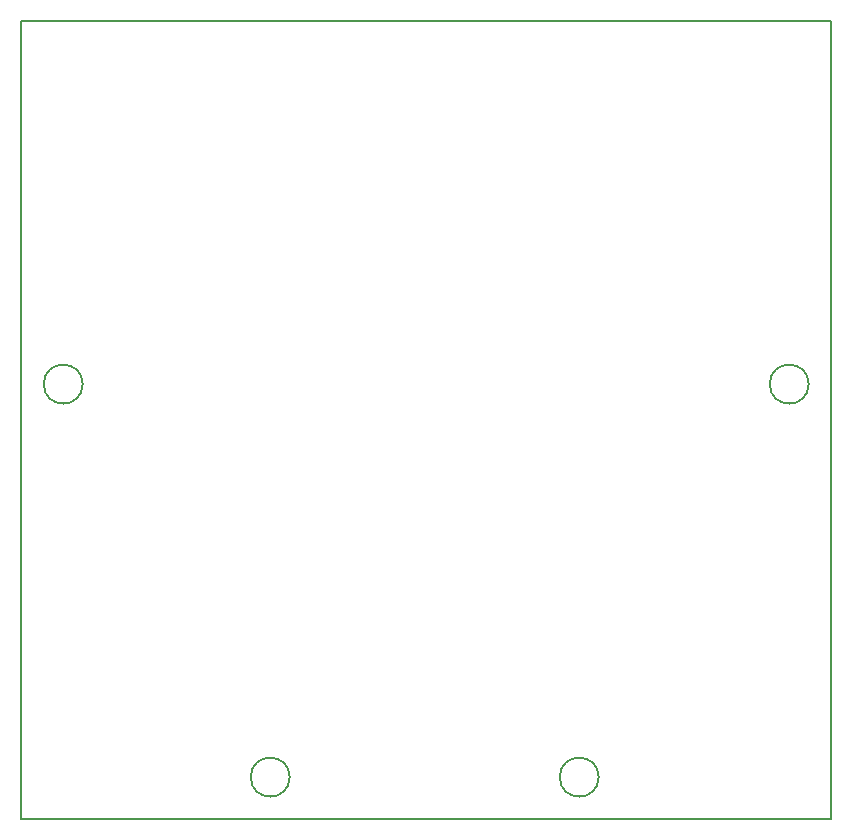
<source format=gbr>
G04 #@! TF.FileFunction,Profile,NP*
%FSLAX46Y46*%
G04 Gerber Fmt 4.6, Leading zero omitted, Abs format (unit mm)*
G04 Created by KiCad (PCBNEW 4.0.6) date 01/26/19 15:00:27*
%MOMM*%
%LPD*%
G01*
G04 APERTURE LIST*
%ADD10C,0.100000*%
%ADD11C,0.200000*%
%ADD12C,0.150000*%
G04 APERTURE END LIST*
D10*
D11*
X131444000Y-127508000D02*
G75*
G03X131444000Y-127508000I-1650000J0D01*
G01*
X157606000Y-127508000D02*
G75*
G03X157606000Y-127508000I-1650000J0D01*
G01*
X113918000Y-94234000D02*
G75*
G03X113918000Y-94234000I-1650000J0D01*
G01*
X175386000Y-94234000D02*
G75*
G03X175386000Y-94234000I-1650000J0D01*
G01*
D12*
X108712000Y-63500000D02*
X108712000Y-131064000D01*
X177292000Y-63500000D02*
X108712000Y-63500000D01*
X177292000Y-131064000D02*
X177292000Y-63500000D01*
X108712000Y-131064000D02*
X177292000Y-131064000D01*
M02*

</source>
